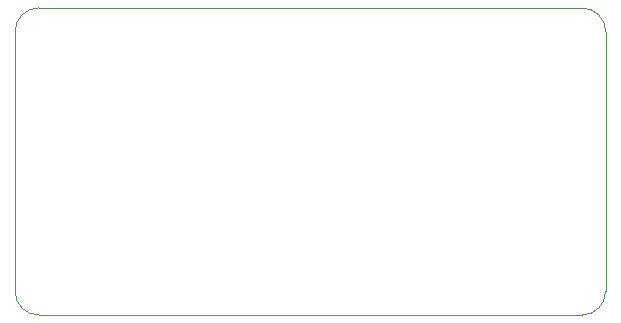
<source format=gm1>
G04 #@! TF.GenerationSoftware,KiCad,Pcbnew,5.1.9+dfsg1-1*
G04 #@! TF.CreationDate,2023-01-27T15:44:57+09:00*
G04 #@! TF.ProjectId,bottom,626f7474-6f6d-42e6-9b69-6361645f7063,rev?*
G04 #@! TF.SameCoordinates,Original*
G04 #@! TF.FileFunction,Profile,NP*
%FSLAX46Y46*%
G04 Gerber Fmt 4.6, Leading zero omitted, Abs format (unit mm)*
G04 Created by KiCad (PCBNEW 5.1.9+dfsg1-1) date 2023-01-27 15:44:57*
%MOMM*%
%LPD*%
G01*
G04 APERTURE LIST*
G04 #@! TA.AperFunction,Profile*
%ADD10C,0.050000*%
G04 #@! TD*
G04 APERTURE END LIST*
D10*
X103000000Y-82000000D02*
G75*
G02*
X105000000Y-84000000I0J-2000000D01*
G01*
X55000000Y-84000000D02*
G75*
G02*
X57000000Y-82000000I2000000J0D01*
G01*
X105000000Y-106000000D02*
G75*
G02*
X103000000Y-108000000I-2000000J0D01*
G01*
X105000000Y-84000000D02*
X105000000Y-106000000D01*
X57000000Y-108000000D02*
X103000000Y-108000000D01*
X55000000Y-84000000D02*
X55000000Y-106000000D01*
X57000000Y-108000000D02*
G75*
G02*
X55000000Y-106000000I0J2000000D01*
G01*
X57000000Y-82000000D02*
X103000000Y-82000000D01*
M02*

</source>
